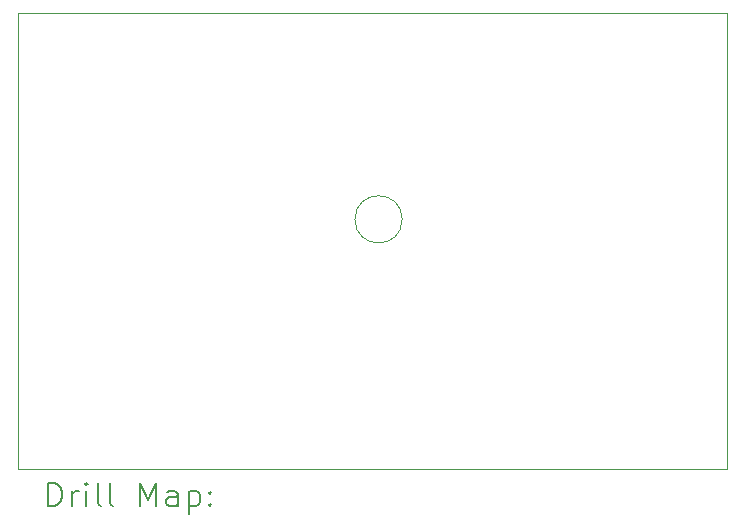
<source format=gbr>
%TF.GenerationSoftware,KiCad,Pcbnew,(6.0.7)*%
%TF.CreationDate,2024-10-25T16:04:52-07:00*%
%TF.ProjectId,segment_blinky,7365676d-656e-4745-9f62-6c696e6b792e,rev?*%
%TF.SameCoordinates,Original*%
%TF.FileFunction,Drillmap*%
%TF.FilePolarity,Positive*%
%FSLAX45Y45*%
G04 Gerber Fmt 4.5, Leading zero omitted, Abs format (unit mm)*
G04 Created by KiCad (PCBNEW (6.0.7)) date 2024-10-25 16:04:52*
%MOMM*%
%LPD*%
G01*
G04 APERTURE LIST*
%ADD10C,0.100000*%
%ADD11C,0.200000*%
G04 APERTURE END LIST*
D10*
X9800000Y-5000000D02*
X15800000Y-5000000D01*
X15800000Y-5000000D02*
X15800000Y-8864600D01*
X15800000Y-8864600D02*
X9800000Y-8864600D01*
X9800000Y-8864600D02*
X9800000Y-5000000D01*
X13050000Y-6750000D02*
G75*
G03*
X13050000Y-6750000I-200000J0D01*
G01*
D11*
X10052619Y-9180076D02*
X10052619Y-8980076D01*
X10100238Y-8980076D01*
X10128810Y-8989600D01*
X10147857Y-9008648D01*
X10157381Y-9027695D01*
X10166905Y-9065790D01*
X10166905Y-9094362D01*
X10157381Y-9132457D01*
X10147857Y-9151505D01*
X10128810Y-9170552D01*
X10100238Y-9180076D01*
X10052619Y-9180076D01*
X10252619Y-9180076D02*
X10252619Y-9046743D01*
X10252619Y-9084838D02*
X10262143Y-9065790D01*
X10271667Y-9056267D01*
X10290714Y-9046743D01*
X10309762Y-9046743D01*
X10376429Y-9180076D02*
X10376429Y-9046743D01*
X10376429Y-8980076D02*
X10366905Y-8989600D01*
X10376429Y-8999124D01*
X10385952Y-8989600D01*
X10376429Y-8980076D01*
X10376429Y-8999124D01*
X10500238Y-9180076D02*
X10481190Y-9170552D01*
X10471667Y-9151505D01*
X10471667Y-8980076D01*
X10605000Y-9180076D02*
X10585952Y-9170552D01*
X10576429Y-9151505D01*
X10576429Y-8980076D01*
X10833571Y-9180076D02*
X10833571Y-8980076D01*
X10900238Y-9122933D01*
X10966905Y-8980076D01*
X10966905Y-9180076D01*
X11147857Y-9180076D02*
X11147857Y-9075314D01*
X11138333Y-9056267D01*
X11119286Y-9046743D01*
X11081190Y-9046743D01*
X11062143Y-9056267D01*
X11147857Y-9170552D02*
X11128810Y-9180076D01*
X11081190Y-9180076D01*
X11062143Y-9170552D01*
X11052619Y-9151505D01*
X11052619Y-9132457D01*
X11062143Y-9113410D01*
X11081190Y-9103886D01*
X11128810Y-9103886D01*
X11147857Y-9094362D01*
X11243095Y-9046743D02*
X11243095Y-9246743D01*
X11243095Y-9056267D02*
X11262143Y-9046743D01*
X11300238Y-9046743D01*
X11319286Y-9056267D01*
X11328809Y-9065790D01*
X11338333Y-9084838D01*
X11338333Y-9141981D01*
X11328809Y-9161029D01*
X11319286Y-9170552D01*
X11300238Y-9180076D01*
X11262143Y-9180076D01*
X11243095Y-9170552D01*
X11424048Y-9161029D02*
X11433571Y-9170552D01*
X11424048Y-9180076D01*
X11414524Y-9170552D01*
X11424048Y-9161029D01*
X11424048Y-9180076D01*
X11424048Y-9056267D02*
X11433571Y-9065790D01*
X11424048Y-9075314D01*
X11414524Y-9065790D01*
X11424048Y-9056267D01*
X11424048Y-9075314D01*
M02*

</source>
